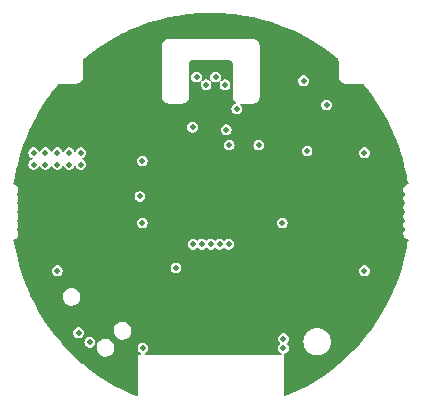
<source format=gbr>
%TF.GenerationSoftware,KiCad,Pcbnew,7.0.6-7.0.6~ubuntu23.04.1*%
%TF.CreationDate,2023-08-08T21:58:14-04:00*%
%TF.ProjectId,EnviroPuck,456e7669-726f-4507-9563-6b2e6b696361,rev?*%
%TF.SameCoordinates,Original*%
%TF.FileFunction,Copper,L2,Inr*%
%TF.FilePolarity,Positive*%
%FSLAX46Y46*%
G04 Gerber Fmt 4.6, Leading zero omitted, Abs format (unit mm)*
G04 Created by KiCad (PCBNEW 7.0.6-7.0.6~ubuntu23.04.1) date 2023-08-08 21:58:14*
%MOMM*%
%LPD*%
G01*
G04 APERTURE LIST*
%TA.AperFunction,ViaPad*%
%ADD10C,0.500000*%
%TD*%
G04 APERTURE END LIST*
D10*
%TO.N,GND*%
X-13000000Y-5000000D03*
X13000000Y-5000000D03*
X13000000Y5000000D03*
%TO.N,/~{RST}*%
X-11200000Y-10250000D03*
X-2950000Y-4750000D03*
%TO.N,GND*%
X-10250000Y-11050000D03*
%TO.N,+BATT*%
X-12100000Y-9300000D03*
%TO.N,GND*%
X4050000Y5650000D03*
X1550000Y5650000D03*
%TO.N,/VDD_BME680*%
X9800000Y9050000D03*
%TO.N,GND*%
X8150000Y5150000D03*
%TO.N,+BATT*%
X7200000Y5150000D03*
%TO.N,GND*%
X7850000Y11100000D03*
X2200000Y8700000D03*
%TO.N,/VDD_BME680*%
X1300000Y6950000D03*
X1200000Y10750000D03*
X-400000Y10750000D03*
%TO.N,GND*%
X400000Y11400000D03*
%TO.N,/MISO*%
X-1200000Y11400000D03*
X-1550000Y7150000D03*
%TO.N,+BATT*%
X2900000Y-5550000D03*
%TO.N,GND*%
X6050000Y-950000D03*
X-5800000Y-950000D03*
%TO.N,+BATT*%
X10000498Y1600000D03*
%TO.N,GND*%
X6150000Y-10750000D03*
X6150000Y-11550000D03*
X-5750000Y-11550000D03*
%TO.N,+BATT*%
X-3050000Y2700000D03*
%TO.N,GND*%
X-6000000Y1300000D03*
%TO.N,+BATT*%
X-5800000Y6200000D03*
%TO.N,GND*%
X-5800000Y4300000D03*
%TO.N,Net-(BT1-+)*%
X-13000000Y4000000D03*
X-14000000Y4000000D03*
X-15000000Y4000000D03*
X-15000000Y5000000D03*
X-11000000Y5000000D03*
X-11000000Y4000000D03*
X-12000000Y4000000D03*
X-12000000Y5000000D03*
X-13000000Y5000000D03*
X-14000000Y5000000D03*
%TO.N,*%
X1500000Y-2750000D03*
X750000Y-2750000D03*
X0Y-2750000D03*
X-750000Y-2750000D03*
X-1500000Y-2750000D03*
%TD*%
%TA.AperFunction,Conductor*%
%TO.N,+BATT*%
G36*
X408031Y16844493D02*
G01*
X1219603Y16805238D01*
X1221378Y16805110D01*
X1470365Y16780966D01*
X2030106Y16726689D01*
X2031840Y16726479D01*
X2835880Y16609072D01*
X2837590Y16608780D01*
X3635007Y16452666D01*
X3636679Y16452296D01*
X4425644Y16257834D01*
X4427307Y16257381D01*
X5147077Y16042597D01*
X5205913Y16025040D01*
X5207591Y16024496D01*
X5974071Y15754807D01*
X5975703Y15754188D01*
X6728253Y15447785D01*
X6729851Y15447089D01*
X7098302Y15275880D01*
X7466732Y15104680D01*
X7468335Y15103887D01*
X8187765Y14726302D01*
X8189328Y14725433D01*
X8889682Y14313525D01*
X8891189Y14312590D01*
X9570832Y13867323D01*
X9572281Y13866323D01*
X10229653Y13388715D01*
X10231033Y13387660D01*
X10649971Y13051195D01*
X10649978Y13051188D01*
X10654392Y13047644D01*
X10654393Y13047642D01*
X10672466Y13033129D01*
X10674263Y13031685D01*
X10679556Y13027433D01*
X10682627Y13024671D01*
X10730278Y12976736D01*
X10740539Y12963801D01*
X10773064Y12911788D01*
X10780201Y12896899D01*
X10800381Y12838976D01*
X10804040Y12822877D01*
X10811587Y12755583D01*
X10811817Y12751453D01*
X10811813Y12710721D01*
X10811818Y12710678D01*
X10811818Y11471471D01*
X10811863Y11470772D01*
X10811858Y11420089D01*
X10844458Y11277184D01*
X10844462Y11277173D01*
X10908051Y11145101D01*
X10908053Y11145097D01*
X10979071Y11056033D01*
X10999441Y11030487D01*
X11114045Y10939086D01*
X11114050Y10939084D01*
X11114051Y10939083D01*
X11246108Y10875485D01*
X11246112Y10875484D01*
X11246116Y10875482D01*
X11389029Y10842865D01*
X11462323Y10842867D01*
X12727073Y10842867D01*
X12731111Y10842647D01*
X12796705Y10835446D01*
X12812416Y10831960D01*
X12869154Y10812689D01*
X12883741Y10805885D01*
X12934960Y10774797D01*
X12947734Y10764993D01*
X12961024Y10752270D01*
X12991026Y10723547D01*
X12995726Y10719048D01*
X12998486Y10716100D01*
X13136421Y10551690D01*
X13137475Y10550374D01*
X13630947Y9904580D01*
X13631998Y9903133D01*
X14093552Y9234457D01*
X14094532Y9232961D01*
X14523243Y8542766D01*
X14524150Y8541224D01*
X14919016Y7831114D01*
X14919847Y7829531D01*
X15279944Y7101178D01*
X15280698Y7099556D01*
X15605184Y6354657D01*
X15605858Y6353001D01*
X15893975Y5593298D01*
X15894569Y5591611D01*
X15975034Y5343966D01*
X16117943Y4904135D01*
X16145641Y4818891D01*
X16146150Y4817185D01*
X16359981Y4031825D01*
X16389200Y3903882D01*
X16597646Y2991165D01*
X16599503Y2974689D01*
X16599503Y2899342D01*
X16634459Y2701093D01*
X16703311Y2511924D01*
X16739363Y2449480D01*
X16748153Y2399630D01*
X16722843Y2355793D01*
X16685810Y2339233D01*
X16657544Y2335169D01*
X16526626Y2275380D01*
X16417860Y2181135D01*
X16417855Y2181128D01*
X16340047Y2060058D01*
X16340046Y2060054D01*
X16299500Y1921968D01*
X16299500Y1778039D01*
X16340046Y1639953D01*
X16340047Y1639949D01*
X16417127Y1520011D01*
X16428279Y1470636D01*
X16417127Y1439997D01*
X16340048Y1320058D01*
X16340046Y1320054D01*
X16299500Y1181968D01*
X16299500Y1038039D01*
X16323580Y956032D01*
X16340047Y899950D01*
X16340048Y899949D01*
X16417127Y780010D01*
X16428279Y730635D01*
X16417127Y699996D01*
X16340048Y580058D01*
X16340046Y580054D01*
X16299500Y441968D01*
X16299500Y298039D01*
X16340046Y159953D01*
X16340047Y159950D01*
X16340048Y159949D01*
X16417127Y40010D01*
X16428279Y-9365D01*
X16417127Y-40004D01*
X16340048Y-159942D01*
X16340046Y-159946D01*
X16299500Y-298032D01*
X16299500Y-441961D01*
X16340046Y-580047D01*
X16340047Y-580050D01*
X16340048Y-580051D01*
X16417127Y-699990D01*
X16428279Y-749365D01*
X16417127Y-780004D01*
X16340048Y-899942D01*
X16340046Y-899946D01*
X16299500Y-1038032D01*
X16299500Y-1181961D01*
X16340046Y-1320047D01*
X16340047Y-1320051D01*
X16417127Y-1439989D01*
X16428279Y-1489364D01*
X16417127Y-1520003D01*
X16340048Y-1639942D01*
X16340046Y-1639946D01*
X16299500Y-1778032D01*
X16299500Y-1921961D01*
X16340046Y-2060047D01*
X16340047Y-2060051D01*
X16381260Y-2124179D01*
X16417857Y-2181125D01*
X16417859Y-2181126D01*
X16417860Y-2181128D01*
X16499434Y-2251811D01*
X16526627Y-2275374D01*
X16657543Y-2335162D01*
X16676804Y-2337931D01*
X16685808Y-2339226D01*
X16730426Y-2363132D01*
X16749240Y-2410125D01*
X16739363Y-2449473D01*
X16703308Y-2511922D01*
X16634457Y-2701089D01*
X16599500Y-2899337D01*
X16599499Y-2899345D01*
X16599499Y-2974686D01*
X16597642Y-2991160D01*
X16359982Y-4031821D01*
X16146153Y-4817175D01*
X16145641Y-4818889D01*
X15894569Y-5591609D01*
X15893975Y-5593296D01*
X15605858Y-6352999D01*
X15605184Y-6354655D01*
X15280698Y-7099554D01*
X15279944Y-7101176D01*
X14919847Y-7829529D01*
X14919016Y-7831112D01*
X14524150Y-8541222D01*
X14523243Y-8542764D01*
X14094532Y-9232959D01*
X14093552Y-9234455D01*
X13631998Y-9903131D01*
X13630947Y-9904578D01*
X13137631Y-10550167D01*
X13136511Y-10551562D01*
X12612584Y-11172562D01*
X12611398Y-11173900D01*
X12058057Y-11768884D01*
X12056808Y-11770164D01*
X11475392Y-12337698D01*
X11474082Y-12338916D01*
X10865902Y-12877716D01*
X10864535Y-12878869D01*
X10231044Y-13387650D01*
X10229622Y-13388736D01*
X9572304Y-13866305D01*
X9570832Y-13867321D01*
X8891201Y-14312580D01*
X8889682Y-14313523D01*
X8189328Y-14725431D01*
X8187765Y-14726300D01*
X7468335Y-15103885D01*
X7466732Y-15104678D01*
X6729872Y-15447078D01*
X6728232Y-15447792D01*
X6301905Y-15621373D01*
X6251322Y-15623275D01*
X6211350Y-15592218D01*
X6200000Y-15552836D01*
X6200000Y-12083257D01*
X6193236Y-12068752D01*
X6206337Y-12019857D01*
X6246105Y-11991299D01*
X6339069Y-11964004D01*
X6448049Y-11893967D01*
X6532882Y-11796063D01*
X6586697Y-11678226D01*
X6605133Y-11550000D01*
X6586697Y-11421774D01*
X6532882Y-11303937D01*
X6448049Y-11206033D01*
X6448045Y-11206030D01*
X6447927Y-11205928D01*
X6447872Y-11205830D01*
X6444583Y-11202034D01*
X6445377Y-11201345D01*
X6423314Y-11161695D01*
X6432891Y-11111991D01*
X6444627Y-11098004D01*
X6444583Y-11097966D01*
X6447003Y-11095172D01*
X6447927Y-11094072D01*
X6448044Y-11093970D01*
X6448049Y-11093967D01*
X6529468Y-11000003D01*
X7844571Y-11000003D01*
X7864242Y-11212303D01*
X7864243Y-11212309D01*
X7922593Y-11417383D01*
X7922596Y-11417393D01*
X8017632Y-11608252D01*
X8017636Y-11608258D01*
X8062813Y-11668082D01*
X8146128Y-11778407D01*
X8303698Y-11922052D01*
X8484981Y-12034298D01*
X8683802Y-12111321D01*
X8893390Y-12150500D01*
X9106610Y-12150500D01*
X9316198Y-12111321D01*
X9515019Y-12034298D01*
X9696302Y-11922052D01*
X9853872Y-11778407D01*
X9982366Y-11608255D01*
X10077405Y-11417389D01*
X10135756Y-11212310D01*
X10136348Y-11205928D01*
X10155429Y-11000003D01*
X10155429Y-10999996D01*
X10135757Y-10787696D01*
X10135756Y-10787690D01*
X10112522Y-10706033D01*
X10077405Y-10582611D01*
X10061945Y-10551563D01*
X9982367Y-10391747D01*
X9982363Y-10391741D01*
X9969746Y-10375034D01*
X9853872Y-10221593D01*
X9696302Y-10077948D01*
X9515019Y-9965702D01*
X9360989Y-9906031D01*
X9316201Y-9888680D01*
X9316200Y-9888679D01*
X9316198Y-9888679D01*
X9224150Y-9871472D01*
X9106613Y-9849500D01*
X9106610Y-9849500D01*
X8893390Y-9849500D01*
X8893386Y-9849500D01*
X8736669Y-9878796D01*
X8683802Y-9888679D01*
X8683800Y-9888679D01*
X8683798Y-9888680D01*
X8532627Y-9947244D01*
X8484981Y-9965702D01*
X8484976Y-9965704D01*
X8484976Y-9965705D01*
X8303700Y-10077946D01*
X8146130Y-10221590D01*
X8017636Y-10391741D01*
X8017632Y-10391747D01*
X7922596Y-10582606D01*
X7922593Y-10582616D01*
X7864243Y-10787690D01*
X7864242Y-10787696D01*
X7844571Y-10999996D01*
X7844571Y-11000003D01*
X6529468Y-11000003D01*
X6532882Y-10996063D01*
X6586697Y-10878226D01*
X6605133Y-10750000D01*
X6586697Y-10621774D01*
X6532882Y-10503937D01*
X6448049Y-10406033D01*
X6381032Y-10362964D01*
X6339068Y-10335995D01*
X6214772Y-10299500D01*
X6085228Y-10299500D01*
X5960931Y-10335995D01*
X5851954Y-10406031D01*
X5851950Y-10406034D01*
X5767119Y-10503935D01*
X5713302Y-10621776D01*
X5694867Y-10750000D01*
X5713302Y-10878223D01*
X5713302Y-10878224D01*
X5713303Y-10878226D01*
X5767118Y-10996063D01*
X5827786Y-11066079D01*
X5851954Y-11093970D01*
X5852079Y-11094078D01*
X5852134Y-11094177D01*
X5855417Y-11097966D01*
X5854624Y-11098653D01*
X5876686Y-11138313D01*
X5867103Y-11188017D01*
X5855373Y-11201996D01*
X5855417Y-11202034D01*
X5853026Y-11204792D01*
X5852079Y-11205922D01*
X5851954Y-11206029D01*
X5767119Y-11303935D01*
X5713302Y-11421776D01*
X5694867Y-11550000D01*
X5713302Y-11678223D01*
X5713302Y-11678224D01*
X5713303Y-11678226D01*
X5767118Y-11796063D01*
X5851951Y-11893967D01*
X5953558Y-11959265D01*
X5960531Y-11963747D01*
X5991187Y-12004028D01*
X5988778Y-12054590D01*
X5954433Y-12091774D01*
X5920524Y-12100000D01*
X-5520524Y-12100000D01*
X-5568090Y-12082687D01*
X-5593400Y-12038850D01*
X-5584610Y-11989000D01*
X-5560531Y-11963747D01*
X-5556301Y-11961028D01*
X-5451951Y-11893967D01*
X-5367118Y-11796063D01*
X-5313303Y-11678226D01*
X-5294867Y-11550000D01*
X-5313303Y-11421774D01*
X-5367118Y-11303937D01*
X-5451951Y-11206033D01*
X-5539142Y-11149999D01*
X-5560932Y-11135995D01*
X-5685228Y-11099500D01*
X-5814772Y-11099500D01*
X-5939069Y-11135995D01*
X-6048046Y-11206031D01*
X-6048050Y-11206034D01*
X-6132881Y-11303935D01*
X-6186698Y-11421776D01*
X-6205133Y-11550000D01*
X-6186698Y-11678223D01*
X-6186698Y-11678224D01*
X-6186697Y-11678226D01*
X-6132882Y-11796063D01*
X-6048049Y-11893967D01*
X-5946442Y-11959265D01*
X-5939469Y-11963747D01*
X-5908813Y-12004028D01*
X-5911222Y-12054590D01*
X-5945567Y-12091774D01*
X-5979476Y-12100000D01*
X-6200000Y-12100000D01*
X-6200000Y-15552835D01*
X-6217313Y-15600401D01*
X-6261150Y-15625711D01*
X-6301905Y-15621372D01*
X-6728240Y-15447789D01*
X-6729880Y-15447075D01*
X-7466734Y-15104678D01*
X-7468337Y-15103885D01*
X-8187753Y-14726307D01*
X-8189316Y-14725438D01*
X-8889676Y-14313529D01*
X-8891195Y-14312586D01*
X-9570844Y-13867315D01*
X-9572307Y-13866305D01*
X-10229638Y-13388726D01*
X-10231034Y-13387658D01*
X-10864538Y-12878869D01*
X-10865905Y-12877716D01*
X-11474084Y-12338916D01*
X-11475381Y-12337710D01*
X-12056817Y-11770157D01*
X-12058059Y-11768884D01*
X-12254060Y-11558133D01*
X-9671976Y-11558133D01*
X-9641701Y-11729826D01*
X-9572649Y-11889909D01*
X-9572648Y-11889910D01*
X-9468537Y-12029755D01*
X-9404776Y-12083257D01*
X-9334986Y-12141819D01*
X-9334985Y-12141819D01*
X-9334983Y-12141821D01*
X-9179184Y-12220066D01*
X-9009540Y-12260272D01*
X-8878933Y-12260272D01*
X-8749205Y-12245109D01*
X-8585376Y-12185480D01*
X-8439715Y-12089677D01*
X-8320073Y-11962865D01*
X-8232902Y-11811879D01*
X-8182900Y-11644860D01*
X-8172762Y-11470812D01*
X-8203037Y-11299118D01*
X-8272090Y-11139034D01*
X-8376201Y-10999189D01*
X-8468460Y-10921774D01*
X-8509753Y-10887124D01*
X-8665554Y-10808878D01*
X-8665558Y-10808877D01*
X-8835198Y-10768672D01*
X-8965805Y-10768672D01*
X-9095534Y-10783835D01*
X-9095538Y-10783836D01*
X-9259360Y-10843462D01*
X-9405022Y-10939265D01*
X-9524666Y-11066080D01*
X-9611836Y-11217064D01*
X-9611838Y-11217068D01*
X-9661837Y-11384077D01*
X-9661838Y-11384083D01*
X-9661838Y-11384084D01*
X-9668550Y-11499324D01*
X-9671976Y-11558133D01*
X-12254060Y-11558133D01*
X-12611400Y-11173900D01*
X-12612565Y-11172585D01*
X-12715989Y-11049999D01*
X-10705133Y-11049999D01*
X-10686698Y-11178223D01*
X-10686698Y-11178224D01*
X-10686697Y-11178226D01*
X-10632882Y-11296063D01*
X-10548049Y-11393967D01*
X-10439069Y-11464004D01*
X-10314772Y-11500500D01*
X-10185228Y-11500500D01*
X-10060931Y-11464004D01*
X-9951951Y-11393967D01*
X-9867118Y-11296063D01*
X-9813303Y-11178226D01*
X-9794867Y-11050000D01*
X-9813303Y-10921774D01*
X-9867118Y-10803937D01*
X-9951951Y-10706033D01*
X-10034727Y-10652836D01*
X-10060932Y-10635995D01*
X-10185228Y-10599500D01*
X-10314772Y-10599500D01*
X-10439069Y-10635995D01*
X-10548046Y-10706031D01*
X-10548050Y-10706034D01*
X-10632881Y-10803935D01*
X-10632882Y-10803936D01*
X-10632882Y-10803937D01*
X-10641761Y-10823379D01*
X-10686698Y-10921776D01*
X-10705133Y-11049999D01*
X-12715989Y-11049999D01*
X-13136524Y-10551550D01*
X-13137633Y-10550168D01*
X-13367000Y-10250000D01*
X-11655133Y-10250000D01*
X-11636698Y-10378223D01*
X-11636698Y-10378224D01*
X-11636697Y-10378226D01*
X-11582882Y-10496063D01*
X-11498049Y-10593967D01*
X-11389069Y-10664004D01*
X-11264772Y-10700500D01*
X-11135228Y-10700500D01*
X-11010931Y-10664004D01*
X-10901951Y-10593967D01*
X-10817118Y-10496063D01*
X-10763303Y-10378226D01*
X-10744867Y-10250000D01*
X-10763303Y-10121774D01*
X-10763523Y-10121292D01*
X-8235135Y-10121292D01*
X-8204860Y-10292985D01*
X-8135808Y-10453068D01*
X-8135807Y-10453069D01*
X-8031696Y-10592914D01*
X-7980354Y-10635995D01*
X-7898145Y-10704978D01*
X-7898144Y-10704978D01*
X-7898142Y-10704980D01*
X-7742343Y-10783225D01*
X-7572699Y-10823431D01*
X-7442092Y-10823431D01*
X-7312364Y-10808268D01*
X-7148535Y-10748639D01*
X-7002874Y-10652836D01*
X-6883232Y-10526024D01*
X-6796061Y-10375038D01*
X-6746059Y-10208019D01*
X-6735921Y-10033971D01*
X-6766196Y-9862277D01*
X-6835249Y-9702193D01*
X-6939360Y-9562348D01*
X-7010774Y-9502424D01*
X-7072912Y-9450283D01*
X-7228713Y-9372037D01*
X-7228717Y-9372036D01*
X-7398357Y-9331831D01*
X-7528964Y-9331831D01*
X-7658693Y-9346994D01*
X-7658697Y-9346995D01*
X-7822519Y-9406621D01*
X-7968181Y-9502424D01*
X-8087825Y-9629239D01*
X-8174995Y-9780223D01*
X-8174997Y-9780227D01*
X-8224996Y-9947236D01*
X-8224997Y-9947244D01*
X-8235135Y-10121292D01*
X-10763523Y-10121292D01*
X-10817118Y-10003937D01*
X-10901951Y-9906033D01*
X-10989918Y-9849500D01*
X-11010932Y-9835995D01*
X-11135228Y-9799500D01*
X-11264772Y-9799500D01*
X-11389069Y-9835995D01*
X-11498046Y-9906031D01*
X-11498050Y-9906034D01*
X-11582881Y-10003935D01*
X-11636698Y-10121776D01*
X-11655133Y-10250000D01*
X-13367000Y-10250000D01*
X-13630956Y-9904567D01*
X-13632007Y-9903121D01*
X-14093558Y-9234451D01*
X-14094538Y-9232955D01*
X-14428907Y-8694641D01*
X-14523244Y-8542764D01*
X-14524147Y-8541229D01*
X-14919022Y-7831105D01*
X-14919853Y-7829522D01*
X-15207550Y-7247610D01*
X-12545658Y-7247610D01*
X-12515383Y-7419303D01*
X-12446331Y-7579386D01*
X-12446330Y-7579387D01*
X-12342219Y-7719232D01*
X-12270807Y-7779154D01*
X-12208668Y-7831296D01*
X-12208667Y-7831296D01*
X-12208665Y-7831298D01*
X-12052866Y-7909543D01*
X-11883222Y-7949749D01*
X-11752615Y-7949749D01*
X-11622887Y-7934586D01*
X-11459058Y-7874957D01*
X-11313397Y-7779154D01*
X-11193755Y-7652342D01*
X-11106584Y-7501356D01*
X-11056582Y-7334337D01*
X-11046444Y-7160289D01*
X-11076719Y-6988595D01*
X-11145772Y-6828511D01*
X-11249883Y-6688666D01*
X-11321297Y-6628742D01*
X-11383435Y-6576601D01*
X-11539236Y-6498355D01*
X-11539240Y-6498354D01*
X-11708880Y-6458149D01*
X-11839487Y-6458149D01*
X-11969216Y-6473312D01*
X-11969220Y-6473313D01*
X-12133042Y-6532939D01*
X-12278704Y-6628742D01*
X-12398348Y-6755557D01*
X-12485518Y-6906541D01*
X-12485520Y-6906545D01*
X-12535519Y-7073554D01*
X-12535520Y-7073560D01*
X-12535520Y-7073561D01*
X-12537128Y-7101176D01*
X-12545658Y-7247610D01*
X-15207550Y-7247610D01*
X-15279946Y-7101177D01*
X-15280700Y-7099555D01*
X-15329035Y-6988595D01*
X-15605192Y-6354639D01*
X-15605855Y-6353012D01*
X-15893977Y-5593296D01*
X-15894565Y-5591628D01*
X-16086796Y-5000000D01*
X-13455133Y-5000000D01*
X-13436698Y-5128223D01*
X-13436698Y-5128224D01*
X-13436697Y-5128226D01*
X-13382882Y-5246063D01*
X-13298049Y-5343967D01*
X-13189069Y-5414004D01*
X-13064772Y-5450500D01*
X-12935228Y-5450500D01*
X-12810931Y-5414004D01*
X-12701951Y-5343967D01*
X-12617118Y-5246063D01*
X-12563303Y-5128226D01*
X-12544867Y-5000000D01*
X-12563303Y-4871774D01*
X-12617118Y-4753937D01*
X-12620530Y-4749999D01*
X-3405133Y-4749999D01*
X-3386698Y-4878223D01*
X-3386698Y-4878224D01*
X-3386697Y-4878226D01*
X-3332882Y-4996063D01*
X-3248049Y-5093967D01*
X-3139069Y-5164004D01*
X-3014772Y-5200500D01*
X-2885228Y-5200500D01*
X-2760931Y-5164004D01*
X-2651951Y-5093967D01*
X-2570529Y-4999999D01*
X12544867Y-4999999D01*
X12563302Y-5128223D01*
X12563302Y-5128224D01*
X12563303Y-5128226D01*
X12617118Y-5246063D01*
X12701951Y-5343967D01*
X12810931Y-5414004D01*
X12935228Y-5450500D01*
X13064772Y-5450500D01*
X13189069Y-5414004D01*
X13298049Y-5343967D01*
X13382882Y-5246063D01*
X13436697Y-5128226D01*
X13455133Y-5000000D01*
X13436697Y-4871774D01*
X13382882Y-4753937D01*
X13298049Y-4656033D01*
X13231032Y-4612964D01*
X13189068Y-4585995D01*
X13064772Y-4549500D01*
X12935228Y-4549500D01*
X12810931Y-4585995D01*
X12701954Y-4656031D01*
X12701950Y-4656034D01*
X12617119Y-4753935D01*
X12563302Y-4871776D01*
X12544867Y-4999999D01*
X-2570529Y-4999999D01*
X-2567118Y-4996063D01*
X-2513303Y-4878226D01*
X-2494867Y-4750000D01*
X-2513303Y-4621774D01*
X-2567118Y-4503937D01*
X-2651951Y-4406033D01*
X-2718968Y-4362964D01*
X-2760932Y-4335995D01*
X-2885228Y-4299500D01*
X-3014772Y-4299500D01*
X-3139069Y-4335995D01*
X-3248046Y-4406031D01*
X-3248050Y-4406034D01*
X-3332881Y-4503935D01*
X-3386698Y-4621776D01*
X-3405133Y-4749999D01*
X-12620530Y-4749999D01*
X-12701951Y-4656033D01*
X-12768968Y-4612964D01*
X-12810932Y-4585995D01*
X-12935228Y-4549500D01*
X-13064772Y-4549500D01*
X-13189069Y-4585995D01*
X-13298046Y-4656031D01*
X-13298050Y-4656034D01*
X-13382881Y-4753935D01*
X-13436698Y-4871776D01*
X-13455133Y-5000000D01*
X-16086796Y-5000000D01*
X-16145651Y-4818863D01*
X-16146144Y-4817214D01*
X-16359978Y-4031840D01*
X-16597643Y-2991173D01*
X-16599500Y-2974697D01*
X-16599500Y-2899345D01*
X-16599501Y-2899337D01*
X-16625834Y-2749999D01*
X-1955133Y-2749999D01*
X-1936698Y-2878223D01*
X-1936698Y-2878224D01*
X-1936697Y-2878226D01*
X-1882882Y-2996063D01*
X-1798049Y-3093967D01*
X-1689069Y-3164004D01*
X-1564772Y-3200500D01*
X-1435228Y-3200500D01*
X-1310931Y-3164004D01*
X-1201951Y-3093967D01*
X-1180926Y-3069701D01*
X-1136696Y-3045091D01*
X-1086991Y-3054669D01*
X-1069076Y-3069701D01*
X-1048054Y-3093962D01*
X-1048053Y-3093963D01*
X-1048049Y-3093967D01*
X-939069Y-3164004D01*
X-814772Y-3200500D01*
X-685228Y-3200500D01*
X-560931Y-3164004D01*
X-451951Y-3093967D01*
X-430926Y-3069701D01*
X-386696Y-3045091D01*
X-336991Y-3054669D01*
X-319076Y-3069701D01*
X-298054Y-3093962D01*
X-298053Y-3093963D01*
X-298049Y-3093967D01*
X-189069Y-3164004D01*
X-64772Y-3200500D01*
X64772Y-3200500D01*
X189069Y-3164004D01*
X298049Y-3093967D01*
X319074Y-3069701D01*
X363304Y-3045091D01*
X413009Y-3054669D01*
X430924Y-3069701D01*
X451946Y-3093962D01*
X451947Y-3093963D01*
X451951Y-3093967D01*
X560931Y-3164004D01*
X685228Y-3200500D01*
X814772Y-3200500D01*
X939069Y-3164004D01*
X1048049Y-3093967D01*
X1069074Y-3069701D01*
X1113304Y-3045091D01*
X1163009Y-3054669D01*
X1180924Y-3069701D01*
X1201946Y-3093962D01*
X1201947Y-3093963D01*
X1201951Y-3093967D01*
X1310931Y-3164004D01*
X1435228Y-3200500D01*
X1564772Y-3200500D01*
X1689069Y-3164004D01*
X1798049Y-3093967D01*
X1882882Y-2996063D01*
X1936697Y-2878226D01*
X1955133Y-2750000D01*
X1936697Y-2621774D01*
X1882882Y-2503937D01*
X1798049Y-2406033D01*
X1711633Y-2350497D01*
X1689068Y-2335995D01*
X1564772Y-2299500D01*
X1435228Y-2299500D01*
X1310931Y-2335995D01*
X1201954Y-2406031D01*
X1201946Y-2406037D01*
X1180925Y-2430298D01*
X1136692Y-2454909D01*
X1086988Y-2445329D01*
X1069075Y-2430298D01*
X1048053Y-2406037D01*
X1048051Y-2406035D01*
X1048049Y-2406033D01*
X961633Y-2350497D01*
X939068Y-2335995D01*
X814772Y-2299500D01*
X685228Y-2299500D01*
X560931Y-2335995D01*
X451954Y-2406031D01*
X451946Y-2406037D01*
X430925Y-2430298D01*
X386692Y-2454909D01*
X336988Y-2445329D01*
X319075Y-2430298D01*
X298053Y-2406037D01*
X298051Y-2406035D01*
X298049Y-2406033D01*
X211633Y-2350497D01*
X189068Y-2335995D01*
X64772Y-2299500D01*
X-64772Y-2299500D01*
X-189069Y-2335995D01*
X-298046Y-2406031D01*
X-298055Y-2406038D01*
X-319077Y-2430299D01*
X-363311Y-2454909D01*
X-413015Y-2445328D01*
X-430925Y-2430299D01*
X-448405Y-2410125D01*
X-451948Y-2406036D01*
X-451950Y-2406035D01*
X-451951Y-2406033D01*
X-538367Y-2350497D01*
X-560932Y-2335995D01*
X-685228Y-2299500D01*
X-814772Y-2299500D01*
X-939069Y-2335995D01*
X-1048046Y-2406031D01*
X-1048054Y-2406037D01*
X-1069075Y-2430298D01*
X-1113308Y-2454909D01*
X-1163012Y-2445329D01*
X-1180925Y-2430298D01*
X-1201947Y-2406037D01*
X-1201949Y-2406035D01*
X-1201951Y-2406033D01*
X-1288367Y-2350497D01*
X-1310932Y-2335995D01*
X-1435228Y-2299500D01*
X-1564772Y-2299500D01*
X-1689069Y-2335995D01*
X-1798046Y-2406031D01*
X-1798050Y-2406034D01*
X-1882881Y-2503935D01*
X-1882882Y-2503936D01*
X-1882882Y-2503937D01*
X-1893891Y-2528043D01*
X-1936698Y-2621776D01*
X-1955133Y-2749999D01*
X-16625834Y-2749999D01*
X-16634458Y-2701088D01*
X-16634459Y-2701087D01*
X-16703311Y-2511918D01*
X-16739364Y-2449473D01*
X-16748153Y-2399625D01*
X-16722843Y-2355788D01*
X-16685808Y-2339228D01*
X-16657543Y-2335165D01*
X-16526627Y-2275377D01*
X-16417857Y-2181128D01*
X-16340047Y-2060053D01*
X-16299501Y-1921963D01*
X-16299500Y-1921963D01*
X-16299500Y-1778036D01*
X-16299501Y-1778035D01*
X-16308789Y-1746403D01*
X-16340047Y-1639947D01*
X-16417128Y-1520006D01*
X-16428280Y-1470631D01*
X-16417131Y-1439997D01*
X-16340047Y-1320053D01*
X-16299501Y-1181963D01*
X-16299500Y-1181963D01*
X-16299500Y-1038036D01*
X-16299501Y-1038035D01*
X-16308789Y-1006403D01*
X-16325350Y-950000D01*
X-6255133Y-950000D01*
X-6236698Y-1078223D01*
X-6236698Y-1078224D01*
X-6236697Y-1078226D01*
X-6182882Y-1196063D01*
X-6098049Y-1293967D01*
X-5989069Y-1364004D01*
X-5864772Y-1400500D01*
X-5735228Y-1400500D01*
X-5610931Y-1364004D01*
X-5501951Y-1293967D01*
X-5417118Y-1196063D01*
X-5363303Y-1078226D01*
X-5344867Y-950000D01*
X5594867Y-950000D01*
X5613302Y-1078223D01*
X5613302Y-1078224D01*
X5613303Y-1078226D01*
X5667118Y-1196063D01*
X5751951Y-1293967D01*
X5860931Y-1364004D01*
X5985228Y-1400500D01*
X6114772Y-1400500D01*
X6239069Y-1364004D01*
X6348049Y-1293967D01*
X6432882Y-1196063D01*
X6486697Y-1078226D01*
X6505133Y-950000D01*
X6486697Y-821774D01*
X6432882Y-703937D01*
X6348049Y-606033D01*
X6281032Y-562964D01*
X6239068Y-535995D01*
X6114772Y-499500D01*
X5985228Y-499500D01*
X5860931Y-535995D01*
X5751954Y-606031D01*
X5751950Y-606034D01*
X5667119Y-703935D01*
X5613302Y-821776D01*
X5594867Y-950000D01*
X-5344867Y-950000D01*
X-5363303Y-821774D01*
X-5417118Y-703937D01*
X-5501951Y-606033D01*
X-5568968Y-562964D01*
X-5610932Y-535995D01*
X-5735228Y-499500D01*
X-5864772Y-499500D01*
X-5989069Y-535995D01*
X-6098046Y-606031D01*
X-6098050Y-606034D01*
X-6182881Y-703935D01*
X-6236698Y-821776D01*
X-6255133Y-950000D01*
X-16325350Y-950000D01*
X-16340047Y-899947D01*
X-16417129Y-780005D01*
X-16428280Y-730632D01*
X-16417128Y-699993D01*
X-16356743Y-606033D01*
X-16340047Y-580053D01*
X-16299501Y-441963D01*
X-16299500Y-441963D01*
X-16299500Y-298036D01*
X-16299501Y-298035D01*
X-16308789Y-266403D01*
X-16340047Y-159947D01*
X-16417129Y-40005D01*
X-16428280Y9368D01*
X-16417128Y40007D01*
X-16340048Y159946D01*
X-16340049Y159946D01*
X-16340047Y159947D01*
X-16299501Y298037D01*
X-16299500Y298037D01*
X-16299500Y441964D01*
X-16299501Y441965D01*
X-16308789Y473597D01*
X-16340047Y580053D01*
X-16417129Y699995D01*
X-16428280Y749368D01*
X-16417128Y780007D01*
X-16372467Y849500D01*
X-16340047Y899947D01*
X-16299501Y1038037D01*
X-16299500Y1038037D01*
X-16299500Y1181964D01*
X-16299501Y1181965D01*
X-16334159Y1300000D01*
X-16334159Y1300001D01*
X-6455133Y1300001D01*
X-6436698Y1171777D01*
X-6436698Y1171776D01*
X-6436697Y1171774D01*
X-6382882Y1053937D01*
X-6298049Y956033D01*
X-6189069Y885996D01*
X-6064772Y849500D01*
X-5935228Y849500D01*
X-5810931Y885996D01*
X-5701951Y956033D01*
X-5617118Y1053937D01*
X-5563303Y1171774D01*
X-5544867Y1300000D01*
X-5563303Y1428226D01*
X-5617118Y1546063D01*
X-5701951Y1643967D01*
X-5768968Y1687036D01*
X-5810932Y1714005D01*
X-5935228Y1750500D01*
X-6064772Y1750500D01*
X-6189069Y1714005D01*
X-6298046Y1643969D01*
X-6298050Y1643966D01*
X-6382881Y1546065D01*
X-6436698Y1428224D01*
X-6455133Y1300001D01*
X-16334159Y1300001D01*
X-16340047Y1320053D01*
X-16417128Y1439994D01*
X-16428280Y1489369D01*
X-16417131Y1520003D01*
X-16340047Y1639947D01*
X-16299501Y1778037D01*
X-16299500Y1778037D01*
X-16299500Y1921964D01*
X-16299501Y1921965D01*
X-16322415Y2000003D01*
X-16340047Y2060053D01*
X-16417857Y2181128D01*
X-16417860Y2181131D01*
X-16417861Y2181132D01*
X-16526627Y2275377D01*
X-16566676Y2293667D01*
X-16657543Y2335165D01*
X-16657545Y2335166D01*
X-16657546Y2335166D01*
X-16685808Y2339229D01*
X-16730426Y2363135D01*
X-16749240Y2410128D01*
X-16739363Y2449475D01*
X-16703309Y2511921D01*
X-16634457Y2701092D01*
X-16599500Y2899344D01*
X-16599500Y2974690D01*
X-16597643Y2991165D01*
X-16393285Y3885996D01*
X-16367250Y4000000D01*
X-15455133Y4000000D01*
X-15436698Y3871777D01*
X-15436698Y3871776D01*
X-15436697Y3871774D01*
X-15382882Y3753937D01*
X-15298049Y3656033D01*
X-15189069Y3585996D01*
X-15064772Y3549500D01*
X-14935228Y3549500D01*
X-14810931Y3585996D01*
X-14701951Y3656033D01*
X-14617118Y3753937D01*
X-14567312Y3862997D01*
X-14531805Y3899071D01*
X-14481415Y3903882D01*
X-14439721Y3875178D01*
X-14432691Y3863001D01*
X-14382882Y3753937D01*
X-14298049Y3656033D01*
X-14189069Y3585996D01*
X-14064772Y3549500D01*
X-13935228Y3549500D01*
X-13810931Y3585996D01*
X-13701951Y3656033D01*
X-13617118Y3753937D01*
X-13567312Y3862997D01*
X-13531805Y3899071D01*
X-13481415Y3903882D01*
X-13439721Y3875178D01*
X-13432691Y3863001D01*
X-13382882Y3753937D01*
X-13298049Y3656033D01*
X-13189069Y3585996D01*
X-13064772Y3549500D01*
X-12935228Y3549500D01*
X-12810931Y3585996D01*
X-12701951Y3656033D01*
X-12617118Y3753937D01*
X-12567312Y3862997D01*
X-12531805Y3899071D01*
X-12481415Y3903882D01*
X-12439721Y3875178D01*
X-12432691Y3863001D01*
X-12382882Y3753937D01*
X-12298049Y3656033D01*
X-12189069Y3585996D01*
X-12064772Y3549500D01*
X-11935228Y3549500D01*
X-11810931Y3585996D01*
X-11701951Y3656033D01*
X-11617118Y3753937D01*
X-11567312Y3862997D01*
X-11531805Y3899071D01*
X-11481415Y3903882D01*
X-11439721Y3875178D01*
X-11432691Y3863001D01*
X-11382882Y3753937D01*
X-11298049Y3656033D01*
X-11189069Y3585996D01*
X-11064772Y3549500D01*
X-10935228Y3549500D01*
X-10810931Y3585996D01*
X-10701951Y3656033D01*
X-10617118Y3753937D01*
X-10563303Y3871774D01*
X-10544867Y4000000D01*
X-10563303Y4128226D01*
X-10617118Y4246063D01*
X-10663854Y4300000D01*
X-6255133Y4300000D01*
X-6236698Y4171777D01*
X-6236698Y4171776D01*
X-6236697Y4171774D01*
X-6182882Y4053937D01*
X-6098049Y3956033D01*
X-5989069Y3885996D01*
X-5864772Y3849500D01*
X-5735228Y3849500D01*
X-5610931Y3885996D01*
X-5501951Y3956033D01*
X-5417118Y4053937D01*
X-5363303Y4171774D01*
X-5344867Y4300000D01*
X-5363303Y4428226D01*
X-5417118Y4546063D01*
X-5501951Y4643967D01*
X-5588362Y4699500D01*
X-5610932Y4714005D01*
X-5735228Y4750500D01*
X-5864772Y4750500D01*
X-5989069Y4714005D01*
X-6098046Y4643969D01*
X-6098050Y4643966D01*
X-6182881Y4546065D01*
X-6236698Y4428224D01*
X-6255133Y4300000D01*
X-10663854Y4300000D01*
X-10701951Y4343967D01*
X-10810931Y4414004D01*
X-10810934Y4414006D01*
X-10861995Y4428999D01*
X-10902757Y4459011D01*
X-10914690Y4508204D01*
X-10892211Y4553558D01*
X-10861994Y4571003D01*
X-10834129Y4579185D01*
X-10810933Y4585995D01*
X-10810931Y4585996D01*
X-10701951Y4656033D01*
X-10617118Y4753937D01*
X-10563303Y4871774D01*
X-10544867Y5000000D01*
X-10563303Y5128226D01*
X-10573247Y5150001D01*
X7694867Y5150001D01*
X7713302Y5021777D01*
X7713302Y5021776D01*
X7713303Y5021774D01*
X7767118Y4903937D01*
X7851951Y4806033D01*
X7960931Y4735996D01*
X8085228Y4699500D01*
X8214772Y4699500D01*
X8339069Y4735996D01*
X8448049Y4806033D01*
X8532882Y4903937D01*
X8576753Y5000000D01*
X12544867Y5000000D01*
X12563302Y4871777D01*
X12563302Y4871776D01*
X12563303Y4871774D01*
X12617118Y4753937D01*
X12701951Y4656033D01*
X12810931Y4585996D01*
X12935228Y4549500D01*
X13064772Y4549500D01*
X13189069Y4585996D01*
X13298049Y4656033D01*
X13382882Y4753937D01*
X13436697Y4871774D01*
X13455133Y5000000D01*
X13436697Y5128226D01*
X13382882Y5246063D01*
X13298049Y5343967D01*
X13216983Y5396065D01*
X13189068Y5414005D01*
X13064772Y5450500D01*
X12935228Y5450500D01*
X12810931Y5414005D01*
X12701954Y5343969D01*
X12701950Y5343966D01*
X12617119Y5246065D01*
X12563302Y5128224D01*
X12544867Y5000000D01*
X8576753Y5000000D01*
X8586697Y5021774D01*
X8605133Y5150000D01*
X8586697Y5278226D01*
X8532882Y5396063D01*
X8448049Y5493967D01*
X8381032Y5537036D01*
X8339068Y5564005D01*
X8214772Y5600500D01*
X8085228Y5600500D01*
X7960931Y5564005D01*
X7851954Y5493969D01*
X7851950Y5493966D01*
X7767119Y5396065D01*
X7713302Y5278224D01*
X7694867Y5150001D01*
X-10573247Y5150001D01*
X-10617118Y5246063D01*
X-10701951Y5343967D01*
X-10783017Y5396065D01*
X-10810932Y5414005D01*
X-10935228Y5450500D01*
X-11064772Y5450500D01*
X-11189069Y5414005D01*
X-11298046Y5343969D01*
X-11298050Y5343966D01*
X-11382881Y5246065D01*
X-11382882Y5246064D01*
X-11382882Y5246063D01*
X-11426752Y5150001D01*
X-11432687Y5137006D01*
X-11468196Y5100930D01*
X-11518585Y5096119D01*
X-11560279Y5124823D01*
X-11567313Y5137006D01*
X-11573247Y5150000D01*
X-11617118Y5246063D01*
X-11701951Y5343967D01*
X-11783017Y5396065D01*
X-11810932Y5414005D01*
X-11935228Y5450500D01*
X-12064772Y5450500D01*
X-12189069Y5414005D01*
X-12298046Y5343969D01*
X-12298050Y5343966D01*
X-12382881Y5246065D01*
X-12382882Y5246064D01*
X-12382882Y5246063D01*
X-12426752Y5150001D01*
X-12432687Y5137006D01*
X-12468196Y5100930D01*
X-12518585Y5096119D01*
X-12560279Y5124823D01*
X-12567313Y5137006D01*
X-12573247Y5150000D01*
X-12617118Y5246063D01*
X-12701951Y5343967D01*
X-12783017Y5396065D01*
X-12810932Y5414005D01*
X-12935228Y5450500D01*
X-13064772Y5450500D01*
X-13189069Y5414005D01*
X-13298046Y5343969D01*
X-13298050Y5343966D01*
X-13382881Y5246065D01*
X-13382882Y5246064D01*
X-13382882Y5246063D01*
X-13426752Y5150001D01*
X-13432687Y5137006D01*
X-13468196Y5100930D01*
X-13518585Y5096119D01*
X-13560279Y5124823D01*
X-13567313Y5137006D01*
X-13573247Y5150000D01*
X-13617118Y5246063D01*
X-13701951Y5343967D01*
X-13783017Y5396065D01*
X-13810932Y5414005D01*
X-13935228Y5450500D01*
X-14064772Y5450500D01*
X-14189069Y5414005D01*
X-14298046Y5343969D01*
X-14298050Y5343966D01*
X-14382881Y5246065D01*
X-14382882Y5246064D01*
X-14382882Y5246063D01*
X-14426752Y5150001D01*
X-14432687Y5137006D01*
X-14468196Y5100930D01*
X-14518585Y5096119D01*
X-14560279Y5124823D01*
X-14567313Y5137006D01*
X-14573247Y5150000D01*
X-14617118Y5246063D01*
X-14701951Y5343967D01*
X-14783017Y5396065D01*
X-14810932Y5414005D01*
X-14935228Y5450500D01*
X-15064772Y5450500D01*
X-15189069Y5414005D01*
X-15298046Y5343969D01*
X-15298050Y5343966D01*
X-15382881Y5246065D01*
X-15436698Y5128224D01*
X-15455133Y5000000D01*
X-15436698Y4871777D01*
X-15436698Y4871776D01*
X-15436697Y4871774D01*
X-15382882Y4753937D01*
X-15298049Y4656033D01*
X-15189070Y4585996D01*
X-15189069Y4585996D01*
X-15138007Y4571003D01*
X-15097245Y4540990D01*
X-15085311Y4491798D01*
X-15107789Y4446444D01*
X-15138007Y4428997D01*
X-15189069Y4414005D01*
X-15298046Y4343969D01*
X-15298050Y4343966D01*
X-15382881Y4246065D01*
X-15436698Y4128224D01*
X-15455133Y4000000D01*
X-16367250Y4000000D01*
X-16359979Y4031837D01*
X-16146141Y4817227D01*
X-16145655Y4818853D01*
X-15894561Y5591643D01*
X-15893977Y5593298D01*
X-15872472Y5650001D01*
X1094867Y5650001D01*
X1113302Y5521777D01*
X1113302Y5521776D01*
X1113303Y5521774D01*
X1167118Y5403937D01*
X1251951Y5306033D01*
X1360931Y5235996D01*
X1485228Y5199500D01*
X1614772Y5199500D01*
X1739069Y5235996D01*
X1848049Y5306033D01*
X1932882Y5403937D01*
X1986697Y5521774D01*
X2005133Y5650000D01*
X3594867Y5650000D01*
X3613302Y5521777D01*
X3613302Y5521776D01*
X3613303Y5521774D01*
X3667118Y5403937D01*
X3751951Y5306033D01*
X3860931Y5235996D01*
X3985228Y5199500D01*
X4114772Y5199500D01*
X4239069Y5235996D01*
X4348049Y5306033D01*
X4432882Y5403937D01*
X4486697Y5521774D01*
X4505133Y5650000D01*
X4486697Y5778226D01*
X4432882Y5896063D01*
X4348049Y5993967D01*
X4281032Y6037036D01*
X4239068Y6064005D01*
X4114772Y6100500D01*
X3985228Y6100500D01*
X3860931Y6064005D01*
X3751954Y5993969D01*
X3751950Y5993966D01*
X3667119Y5896065D01*
X3613302Y5778224D01*
X3594867Y5650000D01*
X2005133Y5650000D01*
X1986697Y5778226D01*
X1932882Y5896063D01*
X1848049Y5993967D01*
X1781032Y6037036D01*
X1739068Y6064005D01*
X1614772Y6100500D01*
X1485228Y6100500D01*
X1360931Y6064005D01*
X1251954Y5993969D01*
X1251950Y5993966D01*
X1167119Y5896065D01*
X1113302Y5778224D01*
X1094867Y5650001D01*
X-15872472Y5650001D01*
X-15605849Y6353028D01*
X-15605199Y6354627D01*
X-15280690Y7099580D01*
X-15279946Y7101179D01*
X-15255808Y7150001D01*
X-2005133Y7150001D01*
X-1986698Y7021777D01*
X-1986698Y7021776D01*
X-1986697Y7021774D01*
X-1932882Y6903937D01*
X-1848049Y6806033D01*
X-1739069Y6735996D01*
X-1614772Y6699500D01*
X-1485228Y6699500D01*
X-1360931Y6735996D01*
X-1251951Y6806033D01*
X-1167118Y6903937D01*
X-1146081Y6950000D01*
X844867Y6950000D01*
X863302Y6821777D01*
X863302Y6821776D01*
X863303Y6821774D01*
X917118Y6703937D01*
X1001951Y6606033D01*
X1110931Y6535996D01*
X1235228Y6499500D01*
X1364772Y6499500D01*
X1489069Y6535996D01*
X1598049Y6606033D01*
X1682882Y6703937D01*
X1736697Y6821774D01*
X1755133Y6950000D01*
X1736697Y7078226D01*
X1682882Y7196063D01*
X1598049Y7293967D01*
X1531032Y7337036D01*
X1489068Y7364005D01*
X1364772Y7400500D01*
X1235228Y7400500D01*
X1110931Y7364005D01*
X1001954Y7293969D01*
X1001950Y7293966D01*
X917119Y7196065D01*
X863302Y7078224D01*
X844867Y6950000D01*
X-1146081Y6950000D01*
X-1113303Y7021774D01*
X-1094867Y7150000D01*
X-1113303Y7278226D01*
X-1167118Y7396063D01*
X-1251951Y7493967D01*
X-1318968Y7537036D01*
X-1360932Y7564005D01*
X-1485228Y7600500D01*
X-1614772Y7600500D01*
X-1739069Y7564005D01*
X-1848046Y7493969D01*
X-1848050Y7493966D01*
X-1932881Y7396065D01*
X-1986698Y7278224D01*
X-2005133Y7150001D01*
X-15255808Y7150001D01*
X-14919845Y7829541D01*
X-14919022Y7831107D01*
X-14841649Y7970250D01*
X-14524138Y8541247D01*
X-14523244Y8542766D01*
X-14094525Y9232978D01*
X-14093571Y9234435D01*
X-13753779Y9726706D01*
X-4150500Y9726706D01*
X-4132316Y9647037D01*
X-4117882Y9583796D01*
X-4117880Y9583792D01*
X-4054281Y9451726D01*
X-4054280Y9451725D01*
X-4054279Y9451723D01*
X-3962883Y9337117D01*
X-3848277Y9245721D01*
X-3716206Y9182119D01*
X-3573294Y9149500D01*
X-3573291Y9149500D01*
X-2426709Y9149500D01*
X-2426706Y9149500D01*
X-2283794Y9182119D01*
X-2151723Y9245721D01*
X-2037117Y9337117D01*
X-1945721Y9451723D01*
X-1882119Y9583794D01*
X-1849500Y9726706D01*
X-1849500Y9800000D01*
X-1849500Y9834351D01*
X-1849501Y11400000D01*
X-1655133Y11400000D01*
X-1636698Y11271777D01*
X-1636698Y11271776D01*
X-1636697Y11271774D01*
X-1582882Y11153937D01*
X-1498049Y11056033D01*
X-1389069Y10985996D01*
X-1264772Y10949500D01*
X-1135228Y10949500D01*
X-1010931Y10985996D01*
X-906667Y11053003D01*
X-857294Y11064155D01*
X-812302Y11040960D01*
X-792745Y10994272D01*
X-799348Y10960010D01*
X-836698Y10878226D01*
X-855133Y10750000D01*
X-836698Y10621777D01*
X-836698Y10621776D01*
X-836697Y10621774D01*
X-782882Y10503937D01*
X-698049Y10406033D01*
X-589069Y10335996D01*
X-464772Y10299500D01*
X-335228Y10299500D01*
X-210931Y10335996D01*
X-101951Y10406033D01*
X-17118Y10503937D01*
X36697Y10621774D01*
X55133Y10750000D01*
X36697Y10878226D01*
X-654Y10960011D01*
X-4664Y11010469D01*
X24697Y11051702D01*
X73694Y11064415D01*
X106663Y11053005D01*
X210931Y10985996D01*
X335228Y10949500D01*
X464772Y10949500D01*
X589069Y10985996D01*
X693333Y11053003D01*
X742706Y11064155D01*
X787698Y11040960D01*
X807255Y10994272D01*
X800652Y10960010D01*
X763302Y10878226D01*
X744867Y10750000D01*
X763302Y10621777D01*
X763302Y10621776D01*
X763303Y10621774D01*
X817118Y10503937D01*
X901951Y10406033D01*
X1010931Y10335996D01*
X1135228Y10299500D01*
X1264772Y10299500D01*
X1389069Y10335996D01*
X1498049Y10406033D01*
X1582882Y10503937D01*
X1636697Y10621774D01*
X1655133Y10750000D01*
X1636697Y10878226D01*
X1582882Y10996063D01*
X1498049Y11093967D01*
X1418478Y11145104D01*
X1389068Y11164005D01*
X1264772Y11200500D01*
X1135228Y11200500D01*
X1010931Y11164005D01*
X906667Y11096998D01*
X857292Y11085846D01*
X812300Y11109041D01*
X792744Y11155730D01*
X799348Y11189992D01*
X836697Y11271774D01*
X837475Y11277184D01*
X855133Y11400000D01*
X836697Y11528226D01*
X782882Y11646063D01*
X698049Y11743967D01*
X631032Y11787036D01*
X589068Y11814005D01*
X464772Y11850500D01*
X335228Y11850500D01*
X210931Y11814005D01*
X101954Y11743969D01*
X101950Y11743966D01*
X17119Y11646065D01*
X-36698Y11528224D01*
X-55133Y11400000D01*
X-36698Y11271777D01*
X652Y11189992D01*
X4663Y11139532D01*
X-24699Y11098299D01*
X-73695Y11085586D01*
X-106667Y11096998D01*
X-179597Y11143867D01*
X-210932Y11164005D01*
X-335228Y11200500D01*
X-464772Y11200500D01*
X-589069Y11164005D01*
X-693333Y11096998D01*
X-742708Y11085846D01*
X-787700Y11109041D01*
X-807256Y11155730D01*
X-800652Y11189992D01*
X-763303Y11271774D01*
X-762525Y11277184D01*
X-744867Y11400000D01*
X-763303Y11528226D01*
X-817118Y11646063D01*
X-901951Y11743967D01*
X-968968Y11787036D01*
X-1010932Y11814005D01*
X-1135228Y11850500D01*
X-1264772Y11850500D01*
X-1389069Y11814005D01*
X-1498046Y11743969D01*
X-1498050Y11743966D01*
X-1582881Y11646065D01*
X-1636698Y11528224D01*
X-1655133Y11400000D01*
X-1849501Y11400000D01*
X-1849501Y12497573D01*
X-1849183Y12502408D01*
X-1839851Y12573294D01*
X-1838862Y12580805D01*
X-1833865Y12599455D01*
X-1806402Y12665757D01*
X-1796753Y12682470D01*
X-1753061Y12739411D01*
X-1739411Y12753061D01*
X-1682470Y12796753D01*
X-1665757Y12806402D01*
X-1599455Y12833865D01*
X-1580803Y12838863D01*
X-1528319Y12845772D01*
X-1502406Y12849183D01*
X-1497571Y12849500D01*
X-1465649Y12849500D01*
X1465649Y12849500D01*
X1497571Y12849500D01*
X1502406Y12849183D01*
X1528318Y12845772D01*
X1580802Y12838863D01*
X1599455Y12833864D01*
X1665753Y12806403D01*
X1682472Y12796751D01*
X1738636Y12753655D01*
X1739405Y12753065D01*
X1753063Y12739407D01*
X1796748Y12682475D01*
X1806404Y12665750D01*
X1833862Y12599459D01*
X1838862Y12580801D01*
X1849183Y12502408D01*
X1849500Y12497573D01*
X1849500Y9834352D01*
X1849500Y9834351D01*
X1849500Y9800000D01*
X1849500Y9726706D01*
X1867684Y9647037D01*
X1882118Y9583796D01*
X1882120Y9583792D01*
X1945719Y9451726D01*
X1945720Y9451725D01*
X1945721Y9451723D01*
X2037117Y9337117D01*
X2037121Y9337114D01*
X2123261Y9268419D01*
X2149656Y9225227D01*
X2142111Y9175173D01*
X2104158Y9141679D01*
X2097971Y9139561D01*
X2010931Y9114005D01*
X1901954Y9043969D01*
X1901950Y9043966D01*
X1817119Y8946065D01*
X1817118Y8946064D01*
X1817118Y8946063D01*
X1790210Y8887145D01*
X1763302Y8828224D01*
X1744867Y8700000D01*
X1763302Y8571777D01*
X1763302Y8571776D01*
X1763303Y8571774D01*
X1817118Y8453937D01*
X1901951Y8356033D01*
X2010931Y8285996D01*
X2135228Y8249500D01*
X2264772Y8249500D01*
X2389069Y8285996D01*
X2498049Y8356033D01*
X2582882Y8453937D01*
X2636697Y8571774D01*
X2655133Y8700000D01*
X2636697Y8828226D01*
X2582882Y8946063D01*
X2582880Y8946065D01*
X2582880Y8946066D01*
X2582878Y8946068D01*
X2512716Y9027040D01*
X2503944Y9050000D01*
X9344867Y9050000D01*
X9363302Y8921777D01*
X9363302Y8921776D01*
X9363303Y8921774D01*
X9417118Y8803937D01*
X9501951Y8706033D01*
X9610931Y8635996D01*
X9735228Y8599500D01*
X9864772Y8599500D01*
X9989069Y8635996D01*
X10098049Y8706033D01*
X10182882Y8803937D01*
X10236697Y8921774D01*
X10255133Y9050000D01*
X10236697Y9178226D01*
X10182882Y9296063D01*
X10098049Y9393967D01*
X9991551Y9462409D01*
X9989068Y9464005D01*
X9864772Y9500500D01*
X9735228Y9500500D01*
X9610931Y9464005D01*
X9501954Y9393969D01*
X9501950Y9393966D01*
X9417119Y9296065D01*
X9363302Y9178224D01*
X9344867Y9050000D01*
X2503944Y9050000D01*
X2494650Y9074326D01*
X2511206Y9122161D01*
X2554636Y9148163D01*
X2568641Y9149500D01*
X3573291Y9149500D01*
X3573294Y9149500D01*
X3716206Y9182119D01*
X3848277Y9245721D01*
X3962883Y9337117D01*
X4054279Y9451723D01*
X4117881Y9583794D01*
X4150500Y9726706D01*
X4150500Y9800000D01*
X4150500Y9834351D01*
X4150500Y11100000D01*
X7394867Y11100000D01*
X7413302Y10971777D01*
X7413302Y10971776D01*
X7413303Y10971774D01*
X7467118Y10853937D01*
X7551951Y10756033D01*
X7660931Y10685996D01*
X7785228Y10649500D01*
X7914772Y10649500D01*
X8039069Y10685996D01*
X8148049Y10756033D01*
X8232882Y10853937D01*
X8286697Y10971774D01*
X8305133Y11100000D01*
X8286697Y11228226D01*
X8232882Y11346063D01*
X8148049Y11443967D01*
X8071150Y11493387D01*
X8039068Y11514005D01*
X7914772Y11550500D01*
X7785228Y11550500D01*
X7660931Y11514005D01*
X7551954Y11443969D01*
X7551950Y11443966D01*
X7467119Y11346065D01*
X7413302Y11228224D01*
X7394867Y11100000D01*
X4150500Y11100000D01*
X4150500Y14019814D01*
X4150500Y14073294D01*
X4117881Y14216206D01*
X4054279Y14348277D01*
X3962883Y14462883D01*
X3848277Y14554279D01*
X3848275Y14554280D01*
X3848274Y14554281D01*
X3716208Y14617880D01*
X3716204Y14617882D01*
X3652963Y14632316D01*
X3573294Y14650500D01*
X3519814Y14650500D01*
X-3465649Y14650500D01*
X-3500000Y14650500D01*
X-3573294Y14650500D01*
X-3640479Y14635166D01*
X-3716205Y14617882D01*
X-3716209Y14617880D01*
X-3848275Y14554281D01*
X-3848276Y14554280D01*
X-3962879Y14462887D01*
X-3962887Y14462879D01*
X-4054280Y14348276D01*
X-4054281Y14348275D01*
X-4117880Y14216209D01*
X-4117882Y14216205D01*
X-4138378Y14126408D01*
X-4150500Y14073294D01*
X-4150500Y14019814D01*
X-4150500Y9834351D01*
X-4150500Y9800000D01*
X-4150500Y9726706D01*
X-13753779Y9726706D01*
X-13632000Y9903133D01*
X-13630956Y9904569D01*
X-13508691Y10064574D01*
X-13137466Y10550389D01*
X-13136438Y10551672D01*
X-13026084Y10683208D01*
X-13026064Y10683224D01*
X-13018959Y10691695D01*
X-13018957Y10691695D01*
X-12998454Y10716139D01*
X-12998180Y10716466D01*
X-12995442Y10719391D01*
X-12947757Y10765055D01*
X-12934988Y10774855D01*
X-12883777Y10805940D01*
X-12869181Y10812749D01*
X-12812452Y10832014D01*
X-12796731Y10835500D01*
X-12731522Y10842648D01*
X-12727501Y10842867D01*
X-11440433Y10842867D01*
X-11439675Y10842918D01*
X-11389033Y10842915D01*
X-11306933Y10861651D01*
X-11246133Y10875525D01*
X-11246131Y10875527D01*
X-11246126Y10875527D01*
X-11114059Y10939120D01*
X-10999453Y11030506D01*
X-10908055Y11145102D01*
X-10844449Y11277163D01*
X-10811823Y11420067D01*
X-10811821Y11466489D01*
X-10811818Y11466508D01*
X-10811818Y11493387D01*
X-10811818Y11493388D01*
X-10811816Y11527708D01*
X-10811818Y11527711D01*
X-10811817Y11534754D01*
X-10811818Y11534776D01*
X-10811818Y12751555D01*
X-10811587Y12755687D01*
X-10809589Y12773479D01*
X-10804044Y12822867D01*
X-10800387Y12838950D01*
X-10780190Y12896911D01*
X-10773062Y12911777D01*
X-10740522Y12963819D01*
X-10730276Y12976738D01*
X-10682681Y13024633D01*
X-10679628Y13027378D01*
X-10231016Y13387676D01*
X-10229675Y13388701D01*
X-9572274Y13866331D01*
X-9570869Y13867301D01*
X-8891165Y14312607D01*
X-8889693Y14313521D01*
X-8189313Y14725442D01*
X-8187753Y14726309D01*
X-7468337Y15103887D01*
X-7466734Y15104680D01*
X-7385212Y15142562D01*
X-6729844Y15447093D01*
X-6728277Y15447776D01*
X-5975702Y15754190D01*
X-5974098Y15754798D01*
X-5207582Y16024500D01*
X-5205927Y16025037D01*
X-4427311Y16257380D01*
X-4425669Y16257828D01*
X-3636671Y16452299D01*
X-3635016Y16452665D01*
X-2837585Y16608782D01*
X-2835889Y16609071D01*
X-2031837Y16726480D01*
X-2030108Y16726689D01*
X-1588745Y16769488D01*
X-1221378Y16805110D01*
X-1219606Y16805238D01*
X-408031Y16844493D01*
X-406243Y16844536D01*
X406243Y16844536D01*
X408031Y16844493D01*
G37*
%TD.AperFunction*%
%TD*%
M02*

</source>
